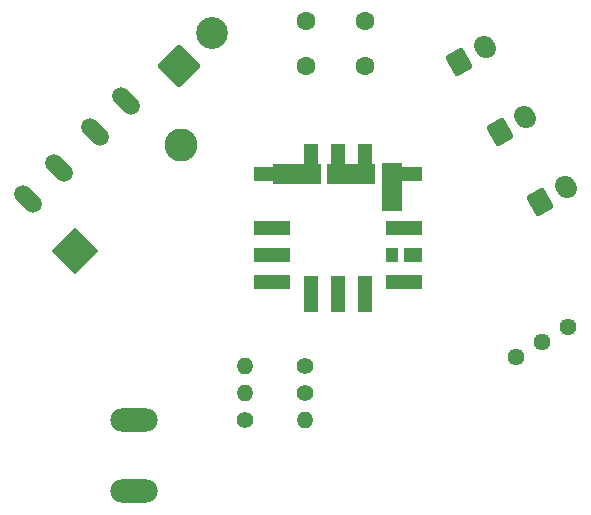
<source format=gbr>
%TF.GenerationSoftware,KiCad,Pcbnew,(6.0.5)*%
%TF.CreationDate,2022-10-17T22:54:22+09:00*%
%TF.ProjectId,psu_board,7073755f-626f-4617-9264-2e6b69636164,rev?*%
%TF.SameCoordinates,Original*%
%TF.FileFunction,Soldermask,Top*%
%TF.FilePolarity,Negative*%
%FSLAX46Y46*%
G04 Gerber Fmt 4.6, Leading zero omitted, Abs format (unit mm)*
G04 Created by KiCad (PCBNEW (6.0.5)) date 2022-10-17 22:54:22*
%MOMM*%
%LPD*%
G01*
G04 APERTURE LIST*
G04 Aperture macros list*
%AMRoundRect*
0 Rectangle with rounded corners*
0 $1 Rounding radius*
0 $2 $3 $4 $5 $6 $7 $8 $9 X,Y pos of 4 corners*
0 Add a 4 corners polygon primitive as box body*
4,1,4,$2,$3,$4,$5,$6,$7,$8,$9,$2,$3,0*
0 Add four circle primitives for the rounded corners*
1,1,$1+$1,$2,$3*
1,1,$1+$1,$4,$5*
1,1,$1+$1,$6,$7*
1,1,$1+$1,$8,$9*
0 Add four rect primitives between the rounded corners*
20,1,$1+$1,$2,$3,$4,$5,0*
20,1,$1+$1,$4,$5,$6,$7,0*
20,1,$1+$1,$6,$7,$8,$9,0*
20,1,$1+$1,$8,$9,$2,$3,0*%
%AMHorizOval*
0 Thick line with rounded ends*
0 $1 width*
0 $2 $3 position (X,Y) of the first rounded end (center of the circle)*
0 $4 $5 position (X,Y) of the second rounded end (center of the circle)*
0 Add line between two ends*
20,1,$1,$2,$3,$4,$5,0*
0 Add two circle primitives to create the rounded ends*
1,1,$1,$2,$3*
1,1,$1,$4,$5*%
%AMRotRect*
0 Rectangle, with rotation*
0 The origin of the aperture is its center*
0 $1 length*
0 $2 width*
0 $3 Rotation angle, in degrees counterclockwise*
0 Add horizontal line*
21,1,$1,$2,0,0,$3*%
%AMOutline4P*
0 Free polygon, 4 corners , with rotation*
0 The origin of the aperture is its center*
0 number of corners: always 4*
0 $1 to $8 corner X, Y*
0 $9 Rotation angle, in degrees counterclockwise*
0 create outline with 4 corners*
4,1,4,$1,$2,$3,$4,$5,$6,$7,$8,$1,$2,$9*%
G04 Aperture macros list end*
%ADD10HorizOval,1.500000X-0.424264X0.424264X0.424264X-0.424264X0*%
%ADD11O,4.000000X2.000000*%
%ADD12C,1.600000*%
%ADD13C,1.400000*%
%ADD14O,1.400000X1.400000*%
%ADD15RotRect,2.800000X2.800000X45.000000*%
%ADD16HorizOval,2.800000X0.000000X0.000000X0.000000X0.000000X0*%
%ADD17RoundRect,0.250000X-0.144615X-0.949519X0.894615X-0.349519X0.144615X0.949519X-0.894615X0.349519X0*%
%ADD18HorizOval,1.700000X-0.075000X0.129904X0.075000X-0.129904X0*%
%ADD19RoundRect,0.250001X0.000000X-1.555634X1.555634X0.000000X0.000000X1.555634X-1.555634X0.000000X0*%
%ADD20C,2.700000*%
%ADD21C,1.440000*%
%ADD22Outline4P,-1.500000X-0.600000X1.500000X-0.600000X1.500000X0.600000X-1.500000X0.600000X0.000000*%
%ADD23Outline4P,-0.600000X-1.500000X0.600000X-1.500000X0.600000X1.500000X-0.600000X1.500000X0.000000*%
%ADD24Outline4P,-2.035000X-0.885000X2.035000X-0.885000X2.035000X0.885000X-2.035000X0.885000X0.000000*%
%ADD25Outline4P,-0.885000X-2.035000X0.885000X-2.035000X0.885000X2.035000X-0.885000X2.035000X0.000000*%
%ADD26Outline4P,-0.750000X-0.600000X0.750000X-0.600000X0.750000X0.600000X-0.750000X0.600000X0.000000*%
%ADD27Outline4P,-0.500000X-0.600000X0.500000X-0.600000X0.500000X0.600000X-0.500000X0.600000X0.000000*%
G04 APERTURE END LIST*
D10*
%TO.C,F1*%
X130298279Y-92967720D03*
X132914574Y-90351425D03*
X124641425Y-98624574D03*
X127257720Y-96008279D03*
%TD*%
D11*
%TO.C,SW1*%
X133604000Y-117348000D03*
X133604000Y-123348000D03*
%TD*%
D12*
%TO.C,C2*%
X148162000Y-87376000D03*
X153162000Y-87376000D03*
%TD*%
D13*
%TO.C,R2*%
X148082000Y-115062000D03*
D14*
X143002000Y-115062000D03*
%TD*%
D15*
%TO.C,D1*%
X128605872Y-103042129D03*
D16*
X137586128Y-94061873D03*
%TD*%
D13*
%TO.C,R3*%
X148082000Y-112776000D03*
D14*
X143002000Y-112776000D03*
%TD*%
D12*
%TO.C,C1*%
X148162000Y-83566000D03*
X153162000Y-83566000D03*
%TD*%
D17*
%TO.C,J1*%
X161163000Y-87024797D03*
D18*
X163328064Y-85774797D03*
%TD*%
D17*
%TO.C,J3*%
X168021000Y-98903202D03*
D18*
X170186064Y-97653202D03*
%TD*%
D19*
%TO.C,BT1*%
X137403020Y-87371163D03*
D20*
X140203163Y-84571020D03*
%TD*%
D17*
%TO.C,J2*%
X164592000Y-92964000D03*
D18*
X166757064Y-91714000D03*
%TD*%
D21*
%TO.C,RV1*%
X165939636Y-112019000D03*
X168139341Y-110749000D03*
X170339045Y-109479000D03*
%TD*%
D13*
%TO.C,R1*%
X143002000Y-117348000D03*
D14*
X148082000Y-117348000D03*
%TD*%
D22*
%TO.C,U1*%
X145276000Y-101092000D03*
X145276000Y-96512000D03*
D23*
X148586000Y-95492000D03*
D24*
X147441000Y-96512000D03*
D23*
X150876000Y-95492000D03*
D24*
X152021000Y-96512000D03*
D23*
X153166000Y-95492000D03*
D22*
X156476000Y-96512000D03*
D25*
X155476000Y-97657000D03*
D22*
X156476000Y-101092000D03*
X156476000Y-105672000D03*
D23*
X150876000Y-106692000D03*
X148586000Y-106692000D03*
D22*
X145276000Y-105672000D03*
X145276000Y-103382000D03*
D26*
X157226000Y-103382000D03*
D23*
X153166000Y-106692000D03*
D27*
X155476000Y-103382000D03*
%TD*%
M02*

</source>
